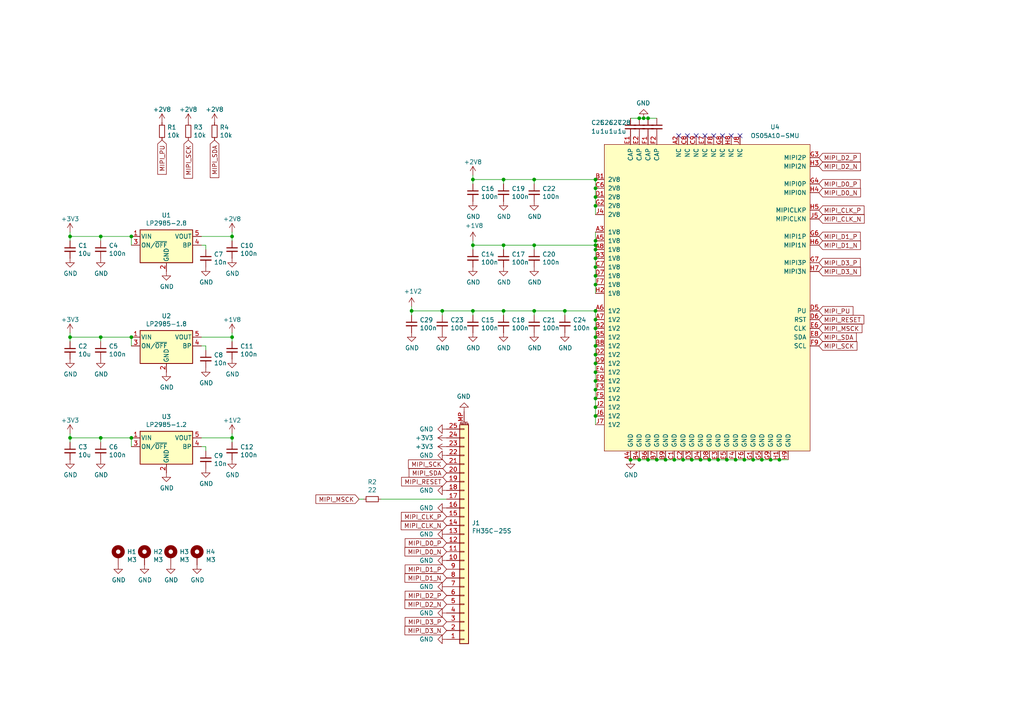
<source format=kicad_sch>
(kicad_sch (version 20211123) (generator eeschema)
  (paper "A4")
  (title_block (title "OS05A10/OS05A20 Sensor board") (date "2023-02-02") (rev "v1.1.1") (company "Jana Marie Hemsing"))
  (lib_symbols
    (symbol "Connector_Generic_MountingPin:Conn_01x25_MountingPin" (pin_names (offset 1.016) hide)
      (property "Reference" "J" (at 0 33.02 0))
      (property "Value" "Conn_01x25_MountingPin" (at 1.27 -33.02 0))
      (symbol "Conn_01x25_MountingPin_1_1"
        (rectangle (start -1.27 -30.353) (end 0 -30.607) (stroke (width 0.1524)))
        (rectangle (start -1.27 -27.813) (end 0 -28.067) (stroke (width 0.1524)))
        (rectangle (start -1.27 -25.273) (end 0 -25.527) (stroke (width 0.1524)))
        (rectangle (start -1.27 -22.733) (end 0 -22.987) (stroke (width 0.1524)))
        (rectangle (start -1.27 -20.193) (end 0 -20.447) (stroke (width 0.1524)))
        (rectangle (start -1.27 -17.653) (end 0 -17.907) (stroke (width 0.1524)))
        (rectangle (start -1.27 -15.113) (end 0 -15.367) (stroke (width 0.1524)))
        (rectangle (start -1.27 -12.573) (end 0 -12.827) (stroke (width 0.1524)))
        (rectangle (start -1.27 -10.033) (end 0 -10.287) (stroke (width 0.1524)))
        (rectangle (start -1.27 -7.493) (end 0 -7.747) (stroke (width 0.1524)))
        (rectangle (start -1.27 -4.953) (end 0 -5.207) (stroke (width 0.1524)))
        (rectangle (start -1.27 -2.413) (end 0 -2.667) (stroke (width 0.1524)))
        (rectangle (start -1.27 0.127) (end 0 -0.127) (stroke (width 0.1524)))
        (rectangle (start -1.27 2.667) (end 0 2.413) (stroke (width 0.1524)))
        (rectangle (start -1.27 5.207) (end 0 4.953) (stroke (width 0.1524)))
        (rectangle (start -1.27 7.747) (end 0 7.493) (stroke (width 0.1524)))
        (rectangle (start -1.27 10.287) (end 0 10.033) (stroke (width 0.1524)))
        (rectangle (start -1.27 12.827) (end 0 12.573) (stroke (width 0.1524)))
        (rectangle (start -1.27 15.367) (end 0 15.113) (stroke (width 0.1524)))
        (rectangle (start -1.27 17.907) (end 0 17.653) (stroke (width 0.1524)))
        (rectangle (start -1.27 20.447) (end 0 20.193) (stroke (width 0.1524)))
        (rectangle (start -1.27 22.987) (end 0 22.733) (stroke (width 0.1524)))
        (rectangle (start -1.27 25.527) (end 0 25.273) (stroke (width 0.1524)))
        (rectangle (start -1.27 28.067) (end 0 27.813) (stroke (width 0.1524)))
        (rectangle (start -1.27 30.607) (end 0 30.353) (stroke (width 0.1524)))
        (rectangle (start -1.27 31.75) (end 1.27 -31.75) (stroke (width 0.254)) (fill (type background)))
        (polyline (pts (xy -1.016 -32.512) (xy 1.016 -32.512)) (stroke (width 0.1524)))
        (text "Mounting" (at 0 -32.131 0) (effects (font (size 0.381 0.381))))
        (pin passive line (at -5.08 30.48 0) (length 3.81) (name "Pin_1") (number "1"))
        (pin passive line (at -5.08 7.62 0) (length 3.81) (name "Pin_10") (number "10"))
        (pin passive line (at -5.08 5.08 0) (length 3.81) (name "Pin_11") (number "11"))
        (pin passive line (at -5.08 2.54 0) (length 3.81) (name "Pin_12") (number "12"))
        (pin passive line (at -5.08 0 0) (length 3.81) (name "Pin_13") (number "13"))
        (pin passive line (at -5.08 -2.54 0) (length 3.81) (name "Pin_14") (number "14"))
        (pin passive line (at -5.08 -5.08 0) (length 3.81) (name "Pin_15") (number "15"))
        (pin passive line (at -5.08 -7.62 0) (length 3.81) (name "Pin_16") (number "16"))
        (pin passive line (at -5.08 -10.16 0) (length 3.81) (name "Pin_17") (number "17"))
        (pin passive line (at -5.08 -12.7 0) (length 3.81) (name "Pin_18") (number "18"))
        (pin passive line (at -5.08 -15.24 0) (length 3.81) (name "Pin_19") (number "19"))
        (pin passive line (at -5.08 27.94 0) (length 3.81) (name "Pin_2") (number "2"))
        (pin passive line (at -5.08 -17.78 0) (length 3.81) (name "Pin_20") (number "20"))
        (pin passive line (at -5.08 -20.32 0) (length 3.81) (name "Pin_21") (number "21"))
        (pin passive line (at -5.08 -22.86 0) (length 3.81) (name "Pin_22") (number "22"))
        (pin passive line (at -5.08 -25.4 0) (length 3.81) (name "Pin_23") (number "23"))
        (pin passive line (at -5.08 -27.94 0) (length 3.81) (name "Pin_24") (number "24"))
        (pin passive line (at -5.08 -30.48 0) (length 3.81) (name "Pin_25") (number "25"))
        (pin passive line (at -5.08 25.4 0) (length 3.81) (name "Pin_3") (number "3"))
        (pin passive line (at -5.08 22.86 0) (length 3.81) (name "Pin_4") (number "4"))
        (pin passive line (at -5.08 20.32 0) (length 3.81) (name "Pin_5") (number "5"))
        (pin passive line (at -5.08 17.78 0) (length 3.81) (name "Pin_6") (number "6"))
        (pin passive line (at -5.08 15.24 0) (length 3.81) (name "Pin_7") (number "7"))
        (pin passive line (at -5.08 12.7 0) (length 3.81) (name "Pin_8") (number "8"))
        (pin passive line (at -5.08 10.16 0) (length 3.81) (name "Pin_9") (number "9"))
        (pin passive line (at 0 -35.56 90) (length 3.048) (name "MountPin") (number "MP"))
      )
    )
    (symbol "Device:C_Small" (pin_numbers hide) (pin_names (offset 0.254) hide)
      (property "Reference" "C" (at 0.254 1.778 0))
      (property "Value" "C_Small" (at 0.254 -2.032 0))
      (symbol "C_Small_0_1"
        (polyline (pts (xy -1.524 -0.508) (xy 1.524 -0.508)) (stroke (width 0.3302)))
        (polyline (pts (xy -1.524 0.508) (xy 1.524 0.508)) (stroke (width 0.3048)))
      )
      (symbol "C_Small_1_1"
        (pin passive line (at 0 2.54 270) (length 2.032) (name "~") (number "1"))
        (pin passive line (at 0 -2.54 90) (length 2.032) (name "~") (number "2"))
      )
    )
    (symbol "Device:R_Small" (pin_numbers hide) (pin_names (offset 0.254) hide)
      (property "Reference" "R" (at 0.762 0.508 0))
      (property "Value" "R_Small" (at 0.762 -1.016 0))
      (symbol "R_Small_0_1"
        (rectangle (start -0.762 1.778) (end 0.762 -1.778) (stroke (width 0.2032)))
      )
      (symbol "R_Small_1_1"
        (pin passive line (at 0 2.54 270) (length 0.762) (name "~") (number "1"))
        (pin passive line (at 0 -2.54 90) (length 0.762) (name "~") (number "2"))
      )
    )
    (symbol "Mechanical:MountingHole_Pad" (pin_numbers hide) (pin_names (offset 1.016) hide)
      (property "Reference" "H" (at 0 6.35 0))
      (property "Value" "MountingHole_Pad" (at 0 4.445 0))
      (symbol "MountingHole_Pad_0_1"
        (circle (center 0 1.27) (radius 1.27) (stroke (width 1.27)))
      )
      (symbol "MountingHole_Pad_1_1"
        (pin input line (at 0 -2.54 90) (length 2.54) (name "1") (number "1"))
      )
    )
    (symbol "Regulator_Linear:LP2985-1.8" (pin_names (offset 0.254))
      (property "Reference" "U" (at -6.35 5.715 0))
      (property "Value" "LP2985-1.8" (at 0 5.715 0))
      (symbol "LP2985-1.8_0_1"
        (rectangle (start -7.62 -5.08) (end 7.62 4.445) (stroke (width 0.254)) (fill (type background)))
      )
      (symbol "LP2985-1.8_1_1"
        (pin power_in line (at -10.16 2.54 0) (length 2.54) (name "VIN") (number "1"))
        (pin power_in line (at 0 -7.62 90) (length 2.54) (name "GND") (number "2"))
        (pin input line (at -10.16 0 0) (length 2.54) (name "ON/~{OFF}") (number "3"))
        (pin input line (at 10.16 0 180) (length 2.54) (name "BP") (number "4"))
        (pin power_out line (at 10.16 2.54 180) (length 2.54) (name "VOUT") (number "5"))
      )
    )
    (symbol "Regulator_Linear:LP2985-2.8" (pin_names (offset 0.254))
      (property "Reference" "U" (at -6.35 5.715 0))
      (property "Value" "LP2985-2.8" (at 0 5.715 0))
      (symbol "LP2985-2.8_0_1"
        (rectangle (start -7.62 -5.08) (end 7.62 4.445) (stroke (width 0.254)) (fill (type background)))
      )
      (symbol "LP2985-2.8_1_1"
        (pin power_in line (at -10.16 2.54 0) (length 2.54) (name "VIN") (number "1"))
        (pin power_in line (at 0 -7.62 90) (length 2.54) (name "GND") (number "2"))
        (pin input line (at -10.16 0 0) (length 2.54) (name "ON/~{OFF}") (number "3"))
        (pin input line (at 10.16 0 180) (length 2.54) (name "BP") (number "4"))
        (pin power_out line (at 10.16 2.54 180) (length 2.54) (name "VOUT") (number "5"))
      )
    )
    (symbol "otter:GND" (power) (pin_names (offset 0))
      (property "Value" "GND" (at 0 -3.81 0))
      (symbol "GND_0_1"
        (polyline (pts (xy 0 0) (xy 0 -1.27) (xy 1.27 -1.27) (xy 0 -2.54) (xy -1.27 -1.27) (xy 0 -1.27)))
      )
      (symbol "GND_1_1"
        (pin power_in line (at 0 0 270) (length 0) hide (name "GND") (number "1"))
      )
    )
    (symbol "otter:OS05A10-SMU" (pin_names (offset 1.016))
      (property "Reference" "U" (at 0 21.59 0))
      (property "Value" "OS05A10-SMU" (at 0 21.59 0))
      (symbol "OS05A10-SMU_0_1"
        (rectangle (start -31.75 66.04) (end 27.94 -22.86) (fill (type background)))
      )
      (symbol "OS05A10-SMU_1_1"
        (pin input line (at -10.16 68.58 270) (length 2.54) (name "NC") (number "A2"))
        (pin input line (at -34.29 40.64 0) (length 2.54) (name "1V8") (number "A3"))
        (pin input line (at -24.13 -25.4 90) (length 2.54) (name "GND") (number "A4"))
        (pin input line (at -34.29 38.1 0) (length 2.54) (name "1V8") (number "A5"))
        (pin input line (at -34.29 17.78 0) (length 2.54) (name "1V2") (number "A6"))
        (pin input line (at -34.29 15.24 0) (length 2.54) (name "1V2") (number "A7"))
        (pin input line (at -34.29 35.56 0) (length 2.54) (name "1V8") (number "A8"))
        (pin input line (at -34.29 55.88 0) (length 2.54) (name "2V8") (number "B1"))
        (pin input line (at -34.29 12.7 0) (length 2.54) (name "1V2") (number "B2"))
        (pin input line (at -34.29 33.02 0) (length 2.54) (name "1V8") (number "B3"))
        (pin input line (at -21.59 -25.4 90) (length 2.54) (name "GND") (number "B4"))
        (pin input line (at -34.29 10.16 0) (length 2.54) (name "1V2") (number "B5"))
        (pin input line (at -19.05 -25.4 90) (length 2.54) (name "GND") (number "B6"))
        (pin input line (at -16.51 -25.4 90) (length 2.54) (name "GND") (number "B7"))
        (pin input line (at -34.29 7.62 0) (length 2.54) (name "1V2") (number "B8"))
        (pin input line (at -13.97 -25.4 90) (length 2.54) (name "GND") (number "B9"))
        (pin input line (at -11.43 -25.4 90) (length 2.54) (name "GND") (number "C1"))
        (pin input line (at -8.89 -25.4 90) (length 2.54) (name "GND") (number "C2"))
        (pin input line (at -34.29 53.34 0) (length 2.54) (name "2V8") (number "C6"))
        (pin input line (at -34.29 30.48 0) (length 2.54) (name "1V8") (number "C7"))
        (pin input line (at -7.62 68.58 270) (length 2.54) (name "NC") (number "C8"))
        (pin input line (at -5.08 68.58 270) (length 2.54) (name "NC") (number "C9"))
        (pin input line (at -34.29 50.8 0) (length 2.54) (name "2V8") (number "D1"))
        (pin input line (at -34.29 5.08 0) (length 2.54) (name "1V2") (number "D2"))
        (pin input line (at -6.35 -25.4 90) (length 2.54) (name "GND") (number "D3"))
        (pin input line (at -3.81 -25.4 90) (length 2.54) (name "GND") (number "D4"))
        (pin input line (at 30.48 17.78 180) (length 2.54) (name "PU") (number "D5"))
        (pin input line (at 30.48 15.24 180) (length 2.54) (name "RST") (number "D6"))
        (pin input line (at -34.29 27.94 0) (length 2.54) (name "1V8") (number "D7"))
        (pin input line (at -1.27 -25.4 90) (length 2.54) (name "GND") (number "D8"))
        (pin input line (at -34.29 2.54 0) (length 2.54) (name "1V2") (number "D9"))
        (pin input line (at -24.13 68.58 270) (length 2.54) (name "CAP") (number "E1"))
        (pin input line (at -21.59 68.58 270) (length 2.54) (name "CAP") (number "E2"))
        (pin input line (at 1.27 -25.4 90) (length 2.54) (name "GND") (number "E3"))
        (pin input line (at -34.29 0 0) (length 2.54) (name "1V2") (number "E4"))
        (pin input line (at 3.81 -25.4 90) (length 2.54) (name "GND") (number "E5"))
        (pin input line (at 30.48 12.7 180) (length 2.54) (name "CLK") (number "E6"))
        (pin input line (at -2.54 68.58 270) (length 2.54) (name "NC") (number "E7"))
        (pin input line (at 30.48 10.16 180) (length 2.54) (name "SDA") (number "E8"))
        (pin input line (at -34.29 -2.54 0) (length 2.54) (name "1V2") (number "E9"))
        (pin input line (at -19.05 68.58 270) (length 2.54) (name "CAP") (number "F1"))
        (pin input line (at -16.51 68.58 270) (length 2.54) (name "CAP") (number "F2"))
        (pin input line (at -34.29 -5.08 0) (length 2.54) (name "1V2") (number "F3"))
        (pin input line (at 6.35 -25.4 90) (length 2.54) (name "GND") (number "F4"))
        (pin input line (at -34.29 -7.62 0) (length 2.54) (name "1V2") (number "F5"))
        (pin input line (at 8.89 -25.4 90) (length 2.54) (name "GND") (number "F6"))
        (pin input line (at -34.29 25.4 0) (length 2.54) (name "1V8") (number "F7"))
        (pin input line (at 0 68.58 270) (length 2.54) (name "NC") (number "F8"))
        (pin input line (at 30.48 7.62 180) (length 2.54) (name "SCL") (number "F9"))
        (pin input line (at 11.43 -25.4 90) (length 2.54) (name "GND") (number "G1"))
        (pin input line (at -34.29 48.26 0) (length 2.54) (name "2V8") (number "G2"))
        (pin input line (at 30.48 62.23 180) (length 2.54) (name "MIPI2P") (number "G3"))
        (pin input line (at 30.48 54.61 180) (length 2.54) (name "MIPI0P") (number "G4"))
        (pin input line (at 13.97 -25.4 90) (length 2.54) (name "GND") (number "G5"))
        (pin input line (at 30.48 39.37 180) (length 2.54) (name "MIPI1P") (number "G6"))
        (pin input line (at 30.48 31.75 180) (length 2.54) (name "MIPI3P") (number "G7"))
        (pin input line (at 2.54 68.58 270) (length 2.54) (name "NC") (number "G8"))
        (pin input line (at 16.51 -25.4 90) (length 2.54) (name "GND") (number "G9"))
        (pin input line (at 19.05 -25.4 90) (length 2.54) (name "GND") (number "H1"))
        (pin input line (at -34.29 22.86 0) (length 2.54) (name "1V8") (number "H2"))
        (pin input line (at 30.48 59.69 180) (length 2.54) (name "MIPI2N") (number "H3"))
        (pin input line (at 30.48 52.07 180) (length 2.54) (name "MIPI0N") (number "H4"))
        (pin input line (at 30.48 46.99 180) (length 2.54) (name "MIPICLKP") (number "H5"))
        (pin input line (at 30.48 36.83 180) (length 2.54) (name "MIPI1N") (number "H6"))
        (pin input line (at 30.48 29.21 180) (length 2.54) (name "MIPI3N") (number "H7"))
        (pin input line (at 5.08 68.58 270) (length 2.54) (name "NC") (number "H8"))
        (pin input line (at 21.59 -25.4 90) (length 2.54) (name "GND") (number "H9"))
        (pin input line (at -34.29 -10.16 0) (length 2.54) (name "1V2") (number "J2"))
        (pin input line (at -34.29 45.72 0) (length 2.54) (name "2V8") (number "J4"))
        (pin input line (at 30.48 44.45 180) (length 2.54) (name "MIPICLKN") (number "J5"))
        (pin input line (at -34.29 -12.7 0) (length 2.54) (name "1V2") (number "J6"))
        (pin input line (at -34.29 -15.24 0) (length 2.54) (name "1V2") (number "J7"))
        (pin input line (at 7.62 68.58 270) (length 2.54) (name "NC") (number "J8"))
      )
    )
    (symbol "power:+1V2" (power) (pin_names (offset 0))
      (property "Value" "+1V2" (at 0 3.556 0))
      (symbol "+1V2_0_1"
        (polyline (pts (xy -0.762 1.27) (xy 0 2.54)))
        (polyline (pts (xy 0 0) (xy 0 2.54)))
        (polyline (pts (xy 0 2.54) (xy 0.762 1.27)))
      )
      (symbol "+1V2_1_1"
        (pin power_in line (at 0 0 90) (length 0) hide (name "+1V2") (number "1"))
      )
    )
    (symbol "power:+1V8" (power) (pin_names (offset 0))
      (property "Value" "+1V8" (at 0 3.556 0))
      (symbol "+1V8_0_1"
        (polyline (pts (xy -0.762 1.27) (xy 0 2.54)))
        (polyline (pts (xy 0 0) (xy 0 2.54)))
        (polyline (pts (xy 0 2.54) (xy 0.762 1.27)))
      )
      (symbol "+1V8_1_1"
        (pin power_in line (at 0 0 90) (length 0) hide (name "+1V8") (number "1"))
      )
    )
    (symbol "power:+2V8" (power) (pin_names (offset 0))
      (property "Value" "+2V8" (at 0 3.556 0))
      (symbol "+2V8_0_1"
        (polyline (pts (xy -0.762 1.27) (xy 0 2.54)))
        (polyline (pts (xy 0 0) (xy 0 2.54)))
        (polyline (pts (xy 0 2.54) (xy 0.762 1.27)))
      )
      (symbol "+2V8_1_1"
        (pin power_in line (at 0 0 90) (length 0) hide (name "+2V8") (number "1"))
      )
    )
    (symbol "power:+3V3" (power) (pin_names (offset 0))
      (property "Value" "+3V3" (at 0 3.556 0))
      (symbol "+3V3_0_1"
        (polyline (pts (xy -0.762 1.27) (xy 0 2.54)))
        (polyline (pts (xy 0 0) (xy 0 2.54)))
        (polyline (pts (xy 0 2.54) (xy 0.762 1.27)))
      )
      (symbol "+3V3_1_1"
        (pin power_in line (at 0 0 90) (length 0) hide (name "+3V3") (number "1"))
      )
    )
  )
  (junction (at 172.72 95.25))
  (junction (at 67.31 97.79))
  (junction (at 172.72 100.33))
  (junction (at 195.58 133.35))
  (junction (at 185.42 34.29))
  (junction (at 172.72 120.65))
  (junction (at 218.44 133.35))
  (junction (at 29.21 97.79))
  (junction (at 172.72 69.85))
  (junction (at 223.52 133.35))
  (junction (at 146.05 52.07))
  (junction (at 172.72 102.87))
  (junction (at 67.31 127))
  (junction (at 185.42 133.35))
  (junction (at 172.72 105.41))
  (junction (at 186.69 34.29))
  (junction (at 200.66 133.35))
  (junction (at 172.72 77.47))
  (junction (at 146.05 90.17))
  (junction (at 119.38 90.17))
  (junction (at 172.72 110.49))
  (junction (at 38.1 97.79))
  (junction (at 190.5 133.35))
  (junction (at 198.12 133.35))
  (junction (at 20.32 68.58))
  (junction (at 146.05 71.12))
  (junction (at 20.32 97.79))
  (junction (at 172.72 80.01))
  (junction (at 226.06 133.35))
  (junction (at 182.88 133.35))
  (junction (at 163.83 90.17))
  (junction (at 20.32 127))
  (junction (at 187.96 133.35))
  (junction (at 29.21 127))
  (junction (at 208.28 133.35))
  (junction (at 210.82 133.35))
  (junction (at 137.16 71.12))
  (junction (at 172.72 74.93))
  (junction (at 172.72 71.12))
  (junction (at 172.72 115.57))
  (junction (at 154.94 90.17))
  (junction (at 137.16 52.07))
  (junction (at 172.72 92.71))
  (junction (at 29.21 68.58))
  (junction (at 172.72 107.95))
  (junction (at 172.72 72.39))
  (junction (at 172.72 113.03))
  (junction (at 172.72 52.07))
  (junction (at 193.04 133.35))
  (junction (at 215.9 133.35))
  (junction (at 172.72 97.79))
  (junction (at 67.31 68.58))
  (junction (at 172.72 57.15))
  (junction (at 203.2 133.35))
  (junction (at 172.72 90.17))
  (junction (at 172.72 54.61))
  (junction (at 172.72 82.55))
  (junction (at 154.94 71.12))
  (junction (at 137.16 90.17))
  (junction (at 172.72 118.11))
  (junction (at 220.98 133.35))
  (junction (at 154.94 52.07))
  (junction (at 213.36 133.35))
  (junction (at 205.74 133.35))
  (junction (at 172.72 59.69))
  (junction (at 187.96 34.29))
  (junction (at 38.1 127))
  (junction (at 128.27 90.17))
  (junction (at 38.1 68.58))
  (no_connect (at 196.85 39.37))
  (no_connect (at 199.39 39.37))
  (no_connect (at 212.09 39.37))
  (no_connect (at 207.01 39.37))
  (no_connect (at 201.93 39.37))
  (no_connect (at 214.63 39.37))
  (no_connect (at 209.55 39.37))
  (no_connect (at 204.47 39.37))
  (wire (pts (xy 137.16 90.17) (xy 137.16 91.44)))
  (wire (pts (xy 163.83 91.44) (xy 163.83 90.17)))
  (wire (pts (xy 59.69 71.12) (xy 58.42 71.12)))
  (wire (pts (xy 172.72 105.41) (xy 172.72 107.95)))
  (wire (pts (xy 172.72 113.03) (xy 172.72 115.57)))
  (wire (pts (xy 20.32 127) (xy 29.21 127)))
  (wire (pts (xy 67.31 127) (xy 67.31 128.27)))
  (wire (pts (xy 172.72 59.69) (xy 172.72 62.23)))
  (wire (pts (xy 172.72 100.33) (xy 172.72 102.87)))
  (wire (pts (xy 205.74 133.35) (xy 203.2 133.35)))
  (wire (pts (xy 137.16 69.85) (xy 137.16 71.12)))
  (wire (pts (xy 172.72 67.31) (xy 172.72 69.85)))
  (wire (pts (xy 20.32 128.27) (xy 20.32 127)))
  (wire (pts (xy 154.94 52.07) (xy 172.72 52.07)))
  (wire (pts (xy 20.32 69.85) (xy 20.32 68.58)))
  (wire (pts (xy 172.72 95.25) (xy 172.72 97.79)))
  (wire (pts (xy 172.72 77.47) (xy 172.72 80.01)))
  (wire (pts (xy 154.94 90.17) (xy 163.83 90.17)))
  (wire (pts (xy 186.69 34.29) (xy 185.42 34.29)))
  (wire (pts (xy 154.94 91.44) (xy 154.94 90.17)))
  (wire (pts (xy 29.21 97.79) (xy 38.1 97.79)))
  (wire (pts (xy 20.32 68.58) (xy 29.21 68.58)))
  (wire (pts (xy 172.72 115.57) (xy 172.72 118.11)))
  (wire (pts (xy 200.66 133.35) (xy 198.12 133.35)))
  (wire (pts (xy 172.72 82.55) (xy 172.72 85.09)))
  (wire (pts (xy 67.31 125.73) (xy 67.31 127)))
  (wire (pts (xy 226.06 133.35) (xy 223.52 133.35)))
  (wire (pts (xy 59.69 72.39) (xy 59.69 71.12)))
  (wire (pts (xy 228.6 133.35) (xy 226.06 133.35)))
  (wire (pts (xy 105.41 144.78) (xy 104.14 144.78)))
  (wire (pts (xy 137.16 52.07) (xy 146.05 52.07)))
  (wire (pts (xy 67.31 68.58) (xy 67.31 69.85)))
  (wire (pts (xy 59.69 129.54) (xy 58.42 129.54)))
  (wire (pts (xy 172.72 74.93) (xy 172.72 77.47)))
  (wire (pts (xy 29.21 68.58) (xy 38.1 68.58)))
  (wire (pts (xy 172.72 54.61) (xy 172.72 57.15)))
  (wire (pts (xy 20.32 99.06) (xy 20.32 97.79)))
  (wire (pts (xy 119.38 88.9) (xy 119.38 90.17)))
  (wire (pts (xy 146.05 72.39) (xy 146.05 71.12)))
  (wire (pts (xy 137.16 72.39) (xy 137.16 71.12)))
  (wire (pts (xy 154.94 71.12) (xy 172.72 71.12)))
  (wire (pts (xy 128.27 90.17) (xy 137.16 90.17)))
  (wire (pts (xy 172.72 120.65) (xy 172.72 123.19)))
  (wire (pts (xy 146.05 91.44) (xy 146.05 90.17)))
  (wire (pts (xy 172.72 90.17) (xy 172.72 92.71)))
  (wire (pts (xy 172.72 107.95) (xy 172.72 110.49)))
  (wire (pts (xy 172.72 52.07) (xy 172.72 54.61)))
  (wire (pts (xy 38.1 71.12) (xy 38.1 68.58)))
  (wire (pts (xy 172.72 57.15) (xy 172.72 59.69)))
  (wire (pts (xy 29.21 99.06) (xy 29.21 97.79)))
  (wire (pts (xy 190.5 34.29) (xy 187.96 34.29)))
  (wire (pts (xy 187.96 34.29) (xy 186.69 34.29)))
  (wire (pts (xy 146.05 90.17) (xy 154.94 90.17)))
  (wire (pts (xy 215.9 133.35) (xy 213.36 133.35)))
  (wire (pts (xy 172.72 72.39) (xy 172.72 74.93)))
  (wire (pts (xy 218.44 133.35) (xy 215.9 133.35)))
  (wire (pts (xy 190.5 133.35) (xy 187.96 133.35)))
  (wire (pts (xy 193.04 133.35) (xy 190.5 133.35)))
  (wire (pts (xy 172.72 102.87) (xy 172.72 105.41)))
  (wire (pts (xy 223.52 133.35) (xy 220.98 133.35)))
  (wire (pts (xy 20.32 125.73) (xy 20.32 127)))
  (wire (pts (xy 137.16 50.8) (xy 137.16 52.07)))
  (wire (pts (xy 58.42 68.58) (xy 67.31 68.58)))
  (wire (pts (xy 220.98 133.35) (xy 218.44 133.35)))
  (wire (pts (xy 59.69 130.81) (xy 59.69 129.54)))
  (wire (pts (xy 38.1 129.54) (xy 38.1 127)))
  (wire (pts (xy 187.96 133.35) (xy 185.42 133.35)))
  (wire (pts (xy 67.31 67.31) (xy 67.31 68.58)))
  (wire (pts (xy 203.2 133.35) (xy 200.66 133.35)))
  (wire (pts (xy 146.05 53.34) (xy 146.05 52.07)))
  (wire (pts (xy 137.16 53.34) (xy 137.16 52.07)))
  (wire (pts (xy 119.38 90.17) (xy 119.38 91.44)))
  (wire (pts (xy 213.36 133.35) (xy 210.82 133.35)))
  (wire (pts (xy 154.94 72.39) (xy 154.94 71.12)))
  (wire (pts (xy 58.42 127) (xy 67.31 127)))
  (wire (pts (xy 137.16 71.12) (xy 146.05 71.12)))
  (wire (pts (xy 137.16 90.17) (xy 146.05 90.17)))
  (wire (pts (xy 67.31 96.52) (xy 67.31 97.79)))
  (wire (pts (xy 172.72 80.01) (xy 172.72 82.55)))
  (wire (pts (xy 110.49 144.78) (xy 129.54 144.78)))
  (wire (pts (xy 154.94 53.34) (xy 154.94 52.07)))
  (wire (pts (xy 20.32 96.52) (xy 20.32 97.79)))
  (wire (pts (xy 67.31 97.79) (xy 67.31 99.06)))
  (wire (pts (xy 198.12 133.35) (xy 195.58 133.35)))
  (wire (pts (xy 172.72 69.85) (xy 172.72 71.12)))
  (wire (pts (xy 195.58 133.35) (xy 193.04 133.35)))
  (wire (pts (xy 172.72 110.49) (xy 172.72 113.03)))
  (wire (pts (xy 146.05 52.07) (xy 154.94 52.07)))
  (wire (pts (xy 20.32 67.31) (xy 20.32 68.58)))
  (wire (pts (xy 185.42 34.29) (xy 182.88 34.29)))
  (wire (pts (xy 128.27 90.17) (xy 128.27 91.44)))
  (wire (pts (xy 210.82 133.35) (xy 208.28 133.35)))
  (wire (pts (xy 172.72 71.12) (xy 172.72 72.39)))
  (wire (pts (xy 172.72 92.71) (xy 172.72 95.25)))
  (wire (pts (xy 208.28 133.35) (xy 205.74 133.35)))
  (wire (pts (xy 172.72 118.11) (xy 172.72 120.65)))
  (wire (pts (xy 29.21 69.85) (xy 29.21 68.58)))
  (wire (pts (xy 59.69 101.6) (xy 59.69 100.33)))
  (wire (pts (xy 163.83 90.17) (xy 172.72 90.17)))
  (wire (pts (xy 29.21 127) (xy 38.1 127)))
  (wire (pts (xy 29.21 128.27) (xy 29.21 127)))
  (wire (pts (xy 172.72 97.79) (xy 172.72 100.33)))
  (wire (pts (xy 38.1 100.33) (xy 38.1 97.79)))
  (wire (pts (xy 20.32 97.79) (xy 29.21 97.79)))
  (wire (pts (xy 185.42 133.35) (xy 182.88 133.35)))
  (wire (pts (xy 119.38 90.17) (xy 128.27 90.17)))
  (wire (pts (xy 58.42 97.79) (xy 67.31 97.79)))
  (wire (pts (xy 146.05 71.12) (xy 154.94 71.12)))
  (wire (pts (xy 59.69 100.33) (xy 58.42 100.33)))
  (global_label "MIPI_MSCK" (shape input) (at 104.14 144.78 180) (property "Intersheet References" "${INTERSHEET_REFS}" (effects hide)))
  (global_label "MIPI_D0_P" (shape input) (at 129.54 157.48 180) (property "Intersheet References" "${INTERSHEET_REFS}" (effects hide)))
  (global_label "MIPI_MSCK" (shape input) (at 237.49 95.25 0) (property "Intersheet References" "${INTERSHEET_REFS}" (effects hide)))
  (global_label "MIPI_D1_N" (shape input) (at 237.49 71.12 0) (property "Intersheet References" "${INTERSHEET_REFS}" (effects hide)))
  (global_label "MIPI_CLK_P" (shape input) (at 237.49 60.96 0) (property "Intersheet References" "${INTERSHEET_REFS}" (effects hide)))
  (global_label "MIPI_D2_N" (shape input) (at 237.49 48.26 0) (property "Intersheet References" "${INTERSHEET_REFS}" (effects hide)))
  (global_label "MIPI_CLK_N" (shape input) (at 237.49 63.5 0) (property "Intersheet References" "${INTERSHEET_REFS}" (effects hide)))
  (global_label "MIPI_SDA" (shape input) (at 62.23 40.64 270) (property "Intersheet References" "${INTERSHEET_REFS}" (effects hide)))
  (global_label "MIPI_RESET" (shape input) (at 237.49 92.71 0) (property "Intersheet References" "${INTERSHEET_REFS}" (effects hide)))
  (global_label "MIPI_D2_P" (shape input) (at 237.49 45.72 0) (property "Intersheet References" "${INTERSHEET_REFS}" (effects hide)))
  (global_label "MIPI_D0_N" (shape input) (at 129.54 160.02 180) (property "Intersheet References" "${INTERSHEET_REFS}" (effects hide)))
  (global_label "MIPI_SDA" (shape input) (at 129.54 137.16 180) (property "Intersheet References" "${INTERSHEET_REFS}" (effects hide)))
  (global_label "MIPI_SCK" (shape input) (at 54.61 40.64 270) (property "Intersheet References" "${INTERSHEET_REFS}" (effects hide)))
  (global_label "MIPI_D3_N" (shape input) (at 129.54 182.88 180) (property "Intersheet References" "${INTERSHEET_REFS}" (effects hide)))
  (global_label "MIPI_D0_N" (shape input) (at 237.49 55.88 0) (property "Intersheet References" "${INTERSHEET_REFS}" (effects hide)))
  (global_label "MIPI_D1_N" (shape input) (at 129.54 167.64 180) (property "Intersheet References" "${INTERSHEET_REFS}" (effects hide)))
  (global_label "MIPI_CLK_P" (shape input) (at 129.54 149.86 180) (property "Intersheet References" "${INTERSHEET_REFS}" (effects hide)))
  (global_label "MIPI_D2_P" (shape input) (at 129.54 172.72 180) (property "Intersheet References" "${INTERSHEET_REFS}" (effects hide)))
  (global_label "MIPI_PU" (shape input) (at 46.99 40.64 270) (property "Intersheet References" "${INTERSHEET_REFS}" (effects hide)))
  (global_label "MIPI_RESET" (shape input) (at 129.54 139.7 180) (property "Intersheet References" "${INTERSHEET_REFS}" (effects hide)))
  (global_label "MIPI_D3_P" (shape input) (at 237.49 76.2 0) (property "Intersheet References" "${INTERSHEET_REFS}" (effects hide)))
  (global_label "MIPI_SCK" (shape input) (at 237.49 100.33 0) (property "Intersheet References" "${INTERSHEET_REFS}" (effects hide)))
  (global_label "MIPI_SDA" (shape input) (at 237.49 97.79 0) (property "Intersheet References" "${INTERSHEET_REFS}" (effects hide)))
  (global_label "MIPI_D1_P" (shape input) (at 129.54 165.1 180) (property "Intersheet References" "${INTERSHEET_REFS}" (effects hide)))
  (global_label "MIPI_D3_N" (shape input) (at 237.49 78.74 0) (property "Intersheet References" "${INTERSHEET_REFS}" (effects hide)))
  (global_label "MIPI_PU" (shape input) (at 237.49 90.17 0) (property "Intersheet References" "${INTERSHEET_REFS}" (effects hide)))
  (global_label "MIPI_D2_N" (shape input) (at 129.54 175.26 180) (property "Intersheet References" "${INTERSHEET_REFS}" (effects hide)))
  (global_label "MIPI_D0_P" (shape input) (at 237.49 53.34 0) (property "Intersheet References" "${INTERSHEET_REFS}" (effects hide)))
  (global_label "MIPI_SCK" (shape input) (at 129.54 134.62 180) (property "Intersheet References" "${INTERSHEET_REFS}" (effects hide)))
  (global_label "MIPI_D3_P" (shape input) (at 129.54 180.34 180) (property "Intersheet References" "${INTERSHEET_REFS}" (effects hide)))
  (global_label "MIPI_CLK_N" (shape input) (at 129.54 152.4 180) (property "Intersheet References" "${INTERSHEET_REFS}" (effects hide)))
  (global_label "MIPI_D1_P" (shape input) (at 237.49 68.58 0) (property "Intersheet References" "${INTERSHEET_REFS}" (effects hide)))
  (symbol (lib_id "Mechanical:MountingHole_Pad") (at 34.29 161.29 0) (unit 1)
    (property "Reference" "H1" (at 36.83 160.0454 0) (effects (justify left)))
    (property "Value" "M3" (at 36.83 162.3568 0) (effects (justify left)))
    (property "Footprint" "MountingHole:MountingHole_3mm_Pad_Via" (effects hide))
  )
  (symbol (lib_id "otter:GND") (at 34.29 163.83 0) (unit 1)
    (property "Reference" "#PWR0101" (effects hide))
    (property "Value" "GND" (at 34.417 168.2242 0))
  )
  (symbol (lib_id "Mechanical:MountingHole_Pad") (at 41.91 161.29 0) (unit 1)
    (property "Reference" "H2" (at 44.45 160.0454 0) (effects (justify left)))
    (property "Value" "M3" (at 44.45 162.3568 0) (effects (justify left)))
    (property "Footprint" "MountingHole:MountingHole_3mm_Pad_Via" (effects hide))
  )
  (symbol (lib_id "otter:GND") (at 41.91 163.83 0) (unit 1)
    (property "Reference" "#PWR0102" (effects hide))
    (property "Value" "GND" (at 42.037 168.2242 0))
  )
  (symbol (lib_id "Mechanical:MountingHole_Pad") (at 49.53 161.29 0) (unit 1)
    (property "Reference" "H3" (at 52.07 160.0454 0) (effects (justify left)))
    (property "Value" "M3" (at 52.07 162.3568 0) (effects (justify left)))
    (property "Footprint" "MountingHole:MountingHole_3mm_Pad_Via" (effects hide))
  )
  (symbol (lib_id "otter:GND") (at 49.53 163.83 0) (unit 1)
    (property "Reference" "#PWR0103" (effects hide))
    (property "Value" "GND" (at 49.657 168.2242 0))
  )
  (symbol (lib_id "Mechanical:MountingHole_Pad") (at 57.15 161.29 0) (unit 1)
    (property "Reference" "H4" (at 59.69 160.0454 0) (effects (justify left)))
    (property "Value" "M3" (at 59.69 162.3568 0) (effects (justify left)))
    (property "Footprint" "MountingHole:MountingHole_3mm_Pad_Via" (effects hide))
  )
  (symbol (lib_id "otter:GND") (at 57.15 163.83 0) (unit 1)
    (property "Reference" "#PWR0104" (effects hide))
    (property "Value" "GND" (at 57.277 168.2242 0))
  )
  (symbol (lib_id "otter:OS05A10-SMU") (at 207.01 107.95 0) (unit 1)
    (property "Reference" "U4" (at 224.79 36.83 0))
    (property "Value" "OS05A10-SMU" (at 224.79 39.37 0))
    (property "Footprint" "otter:OS05A10" (effects hide))
  )
  (symbol (lib_id "Device:C_Small") (at 182.88 36.83 0) (unit 1)
    (property "Reference" "C25" (at 171.45 35.56 0) (effects (justify left)))
    (property "Value" "1u" (at 171.45 38.1 0) (effects (justify left)))
    (property "Footprint" "otter:C_0402" (effects hide))
  )
  (symbol (lib_id "Device:C_Small") (at 185.42 36.83 0) (unit 1)
    (property "Reference" "C26" (at 173.99 35.56 0) (effects (justify left)))
    (property "Value" "1u" (at 173.99 38.1 0) (effects (justify left)))
    (property "Footprint" "otter:C_0402" (effects hide))
  )
  (symbol (lib_id "Device:C_Small") (at 187.96 36.83 0) (unit 1)
    (property "Reference" "C27" (at 176.53 35.56 0) (effects (justify left)))
    (property "Value" "1u" (at 176.53 38.1 0) (effects (justify left)))
    (property "Footprint" "otter:C_0402" (effects hide))
  )
  (symbol (lib_id "Device:C_Small") (at 190.5 36.83 0) (unit 1)
    (property "Reference" "C28" (at 179.07 35.56 0) (effects (justify left)))
    (property "Value" "1u" (at 179.07 38.1 0) (effects (justify left)))
    (property "Footprint" "otter:C_0402" (effects hide))
  )
  (symbol (lib_id "otter:GND") (at 186.69 34.29 180) (unit 1)
    (property "Reference" "#PWR0105" (effects hide))
    (property "Value" "GND" (at 186.563 29.8958 0))
  )
  (symbol (lib_id "Connector_Generic_MountingPin:Conn_01x25_MountingPin") (at 134.62 154.94 0) (mirror x) (unit 1)
    (property "Reference" "J1" (at 136.8552 151.6888 0) (effects (justify left)))
    (property "Value" "FH35C-25S" (at 136.8552 154.0002 0) (effects (justify left)))
    (property "Footprint" "otter:FH35C-25S" (effects hide))
  )
  (symbol (lib_id "otter:GND") (at 134.62 119.38 180) (unit 1)
    (property "Reference" "#PWR0106" (effects hide))
    (property "Value" "GND" (at 134.493 114.9858 0))
  )
  (symbol (lib_id "otter:GND") (at 129.54 124.46 270) (unit 1)
    (property "Reference" "#PWR0107" (effects hide))
    (property "Value" "GND" (at 125.73 124.46 90) (effects (justify right)))
  )
  (symbol (lib_id "otter:GND") (at 129.54 132.08 270) (unit 1)
    (property "Reference" "#PWR0108" (effects hide))
    (property "Value" "GND" (at 125.73 132.08 90) (effects (justify right)))
  )
  (symbol (lib_id "otter:GND") (at 129.54 142.24 270) (unit 1)
    (property "Reference" "#PWR0109" (effects hide))
    (property "Value" "GND" (at 125.73 142.24 90) (effects (justify right)))
  )
  (symbol (lib_id "otter:GND") (at 129.54 147.32 270) (unit 1)
    (property "Reference" "#PWR0110" (effects hide))
    (property "Value" "GND" (at 125.73 147.32 90) (effects (justify right)))
  )
  (symbol (lib_id "otter:GND") (at 129.54 154.94 270) (unit 1)
    (property "Reference" "#PWR0111" (effects hide))
    (property "Value" "GND" (at 125.73 154.94 90) (effects (justify right)))
  )
  (symbol (lib_id "otter:GND") (at 129.54 162.56 270) (unit 1)
    (property "Reference" "#PWR0112" (effects hide))
    (property "Value" "GND" (at 125.73 162.56 90) (effects (justify right)))
  )
  (symbol (lib_id "otter:GND") (at 129.54 170.18 270) (unit 1)
    (property "Reference" "#PWR0113" (effects hide))
    (property "Value" "GND" (at 125.73 170.18 90) (effects (justify right)))
  )
  (symbol (lib_id "otter:GND") (at 129.54 177.8 270) (unit 1)
    (property "Reference" "#PWR0114" (effects hide))
    (property "Value" "GND" (at 125.73 177.8 90) (effects (justify right)))
  )
  (symbol (lib_id "otter:GND") (at 129.54 185.42 270) (unit 1)
    (property "Reference" "#PWR0115" (effects hide))
    (property "Value" "GND" (at 125.73 185.42 90) (effects (justify right)))
  )
  (symbol (lib_id "power:+3V3") (at 129.54 127 90) (unit 1)
    (property "Reference" "#PWR0116" (effects hide))
    (property "Value" "+3V3" (at 125.73 127 90) (effects (justify left)))
  )
  (symbol (lib_id "power:+3V3") (at 129.54 129.54 90) (unit 1)
    (property "Reference" "#PWR0117" (effects hide))
    (property "Value" "+3V3" (at 125.73 129.54 90) (effects (justify left)))
  )
  (symbol (lib_id "Device:R_Small") (at 107.95 144.78 270) (unit 1)
    (property "Reference" "R2" (at 107.95 139.8016 90))
    (property "Value" "22" (at 107.95 142.113 90))
    (property "Footprint" "otter:R_0402" (effects hide))
  )
  (symbol (lib_id "Device:R_Small") (at 46.99 38.1 0) (unit 1)
    (property "Reference" "R1" (at 48.4886 36.9316 0) (effects (justify left)))
    (property "Value" "10k" (at 48.4886 39.243 0) (effects (justify left)))
    (property "Footprint" "otter:R_0402" (effects hide))
  )
  (symbol (lib_id "power:+1V8") (at 137.16 69.85 0) (unit 1)
    (property "Reference" "#PWR0120" (effects hide))
    (property "Value" "+1V8" (at 137.541 65.4558 0))
  )
  (symbol (lib_id "power:+1V2") (at 119.38 88.9 0) (unit 1)
    (property "Reference" "#PWR0121" (effects hide))
    (property "Value" "+1V2" (at 119.761 84.5058 0))
  )
  (symbol (lib_id "Regulator_Linear:LP2985-2.8") (at 48.26 71.12 0) (unit 1)
    (property "Reference" "U1" (at 48.26 62.4332 0))
    (property "Value" "LP2985-2.8" (at 48.26 64.7446 0))
    (property "Footprint" "Package_TO_SOT_SMD:SOT-23-5" (effects hide))
    (property "Datasheet" "http://www.ti.com/lit/ds/symlink/lp2985.pdf" (effects hide))
  )
  (symbol (lib_id "Regulator_Linear:LP2985-1.8") (at 48.26 100.33 0) (unit 1)
    (property "Reference" "U2" (at 48.26 91.6432 0))
    (property "Value" "LP2985-1.8" (at 48.26 93.9546 0))
    (property "Footprint" "Package_TO_SOT_SMD:SOT-23-5" (effects hide))
    (property "Datasheet" "http://www.ti.com/lit/ds/symlink/lp2985.pdf" (effects hide))
  )
  (symbol (lib_id "Device:C_Small") (at 20.32 72.39 0) (unit 1)
    (property "Reference" "C1" (at 22.6568 71.2216 0) (effects (justify left)))
    (property "Value" "10u" (at 22.6568 73.533 0) (effects (justify left)))
    (property "Footprint" "otter:C_0603" (effects hide))
  )
  (symbol (lib_id "otter:GND") (at 20.32 74.93 0) (unit 1)
    (property "Reference" "#PWR0122" (effects hide))
    (property "Value" "GND" (at 20.447 79.3242 0))
  )
  (symbol (lib_id "power:+3V3") (at 20.32 67.31 0) (unit 1)
    (property "Reference" "#PWR0123" (effects hide))
    (property "Value" "+3V3" (at 20.32 63.5 0))
  )
  (symbol (lib_id "otter:GND") (at 48.26 78.74 0) (unit 1)
    (property "Reference" "#PWR0124" (effects hide))
    (property "Value" "GND" (at 48.387 83.1342 0))
  )
  (symbol (lib_id "Device:C_Small") (at 59.69 74.93 0) (unit 1)
    (property "Reference" "C7" (at 62.0268 73.7616 0) (effects (justify left)))
    (property "Value" "10n" (at 62.0268 76.073 0) (effects (justify left)))
    (property "Footprint" "otter:C_0402" (effects hide))
  )
  (symbol (lib_id "otter:GND") (at 59.69 77.47 0) (unit 1)
    (property "Reference" "#PWR0125" (effects hide))
    (property "Value" "GND" (at 59.817 81.8642 0))
  )
  (symbol (lib_id "Device:C_Small") (at 67.31 72.39 0) (unit 1)
    (property "Reference" "C10" (at 69.6468 71.2216 0) (effects (justify left)))
    (property "Value" "100n" (at 69.6468 73.533 0) (effects (justify left)))
    (property "Footprint" "otter:C_0402" (effects hide))
  )
  (symbol (lib_id "otter:GND") (at 67.31 74.93 0) (unit 1)
    (property "Reference" "#PWR0126" (effects hide))
    (property "Value" "GND" (at 67.437 79.3242 0))
  )
  (symbol (lib_id "Device:C_Small") (at 59.69 104.14 0) (unit 1)
    (property "Reference" "C8" (at 62.0268 102.9716 0) (effects (justify left)))
    (property "Value" "10n" (at 62.0268 105.283 0) (effects (justify left)))
    (property "Footprint" "otter:C_0402" (effects hide))
  )
  (symbol (lib_id "otter:GND") (at 59.69 106.68 0) (unit 1)
    (property "Reference" "#PWR0118" (effects hide))
    (property "Value" "GND" (at 59.817 111.0742 0))
  )
  (symbol (lib_id "Device:C_Small") (at 67.31 101.6 0) (unit 1)
    (property "Reference" "C11" (at 69.6468 100.4316 0) (effects (justify left)))
    (property "Value" "100n" (at 69.6468 102.743 0) (effects (justify left)))
    (property "Footprint" "otter:C_0402" (effects hide))
  )
  (symbol (lib_id "otter:GND") (at 67.31 104.14 0) (unit 1)
    (property "Reference" "#PWR0119" (effects hide))
    (property "Value" "GND" (at 67.437 108.5342 0))
  )
  (symbol (lib_id "power:+1V8") (at 67.31 96.52 0) (unit 1)
    (property "Reference" "#PWR0127" (effects hide))
    (property "Value" "+1V8" (at 67.31 92.71 0))
  )
  (symbol (lib_id "otter:GND") (at 48.26 107.95 0) (unit 1)
    (property "Reference" "#PWR0128" (effects hide))
    (property "Value" "GND" (at 48.387 112.3442 0))
  )
  (symbol (lib_id "Regulator_Linear:LP2985-1.8") (at 48.26 129.54 0) (unit 1)
    (property "Reference" "U3" (at 48.26 120.8532 0))
    (property "Value" "LP2985-1.2" (at 48.26 123.1646 0))
    (property "Footprint" "Package_TO_SOT_SMD:SOT-23-5" (effects hide))
    (property "Datasheet" "http://www.ti.com/lit/ds/symlink/lp2985.pdf" (effects hide))
  )
  (symbol (lib_id "Device:C_Small") (at 59.69 133.35 0) (unit 1)
    (property "Reference" "C9" (at 62.0268 132.1816 0) (effects (justify left)))
    (property "Value" "10n" (at 62.0268 134.493 0) (effects (justify left)))
    (property "Footprint" "otter:C_0402" (effects hide))
  )
  (symbol (lib_id "otter:GND") (at 59.69 135.89 0) (unit 1)
    (property "Reference" "#PWR0129" (effects hide))
    (property "Value" "GND" (at 59.817 140.2842 0))
  )
  (symbol (lib_id "Device:C_Small") (at 67.31 130.81 0) (unit 1)
    (property "Reference" "C12" (at 69.6468 129.6416 0) (effects (justify left)))
    (property "Value" "100n" (at 69.6468 131.953 0) (effects (justify left)))
    (property "Footprint" "otter:C_0402" (effects hide))
  )
  (symbol (lib_id "otter:GND") (at 67.31 133.35 0) (unit 1)
    (property "Reference" "#PWR0130" (effects hide))
    (property "Value" "GND" (at 67.437 137.7442 0))
  )
  (symbol (lib_id "otter:GND") (at 48.26 137.16 0) (unit 1)
    (property "Reference" "#PWR0131" (effects hide))
    (property "Value" "GND" (at 48.387 141.5542 0))
  )
  (symbol (lib_id "power:+1V2") (at 67.31 125.73 0) (unit 1)
    (property "Reference" "#PWR0132" (effects hide))
    (property "Value" "+1V2" (at 67.31 121.92 0))
  )
  (symbol (lib_id "power:+2V8") (at 67.31 67.31 0) (unit 1)
    (property "Reference" "#PWR0133" (effects hide))
    (property "Value" "+2V8" (at 67.31 63.5 0))
  )
  (symbol (lib_id "power:+2V8") (at 137.16 50.8 0) (unit 1)
    (property "Reference" "#PWR0134" (effects hide))
    (property "Value" "+2V8" (at 137.16 46.99 0))
  )
  (symbol (lib_id "power:+2V8") (at 46.99 35.56 0) (unit 1)
    (property "Reference" "#PWR0135" (effects hide))
    (property "Value" "+2V8" (at 46.99 31.75 0))
  )
  (symbol (lib_id "Device:C_Small") (at 163.83 93.98 0) (unit 1)
    (property "Reference" "C24" (at 166.1668 92.8116 0) (effects (justify left)))
    (property "Value" "100n" (at 166.1668 95.123 0) (effects (justify left)))
    (property "Footprint" "otter:C_0402" (effects hide))
  )
  (symbol (lib_id "otter:GND") (at 163.83 96.52 0) (unit 1)
    (property "Reference" "#PWR0136" (effects hide))
    (property "Value" "GND" (at 163.957 100.9142 0))
  )
  (symbol (lib_id "Device:C_Small") (at 154.94 93.98 0) (unit 1)
    (property "Reference" "C21" (at 157.2768 92.8116 0) (effects (justify left)))
    (property "Value" "100n" (at 157.2768 95.123 0) (effects (justify left)))
    (property "Footprint" "otter:C_0402" (effects hide))
  )
  (symbol (lib_id "otter:GND") (at 154.94 96.52 0) (unit 1)
    (property "Reference" "#PWR0137" (effects hide))
    (property "Value" "GND" (at 155.067 100.9142 0))
  )
  (symbol (lib_id "Device:C_Small") (at 146.05 93.98 0) (unit 1)
    (property "Reference" "C18" (at 148.3868 92.8116 0) (effects (justify left)))
    (property "Value" "100n" (at 148.3868 95.123 0) (effects (justify left)))
    (property "Footprint" "otter:C_0402" (effects hide))
  )
  (symbol (lib_id "otter:GND") (at 146.05 96.52 0) (unit 1)
    (property "Reference" "#PWR0138" (effects hide))
    (property "Value" "GND" (at 146.177 100.9142 0))
  )
  (symbol (lib_id "Device:C_Small") (at 137.16 93.98 0) (unit 1)
    (property "Reference" "C15" (at 139.4968 92.8116 0) (effects (justify left)))
    (property "Value" "100n" (at 139.4968 95.123 0) (effects (justify left)))
    (property "Footprint" "otter:C_0402" (effects hide))
  )
  (symbol (lib_id "otter:GND") (at 137.16 96.52 0) (unit 1)
    (property "Reference" "#PWR0139" (effects hide))
    (property "Value" "GND" (at 137.287 100.9142 0))
  )
  (symbol (lib_id "Device:C_Small") (at 154.94 74.93 0) (unit 1)
    (property "Reference" "C20" (at 157.2768 73.7616 0) (effects (justify left)))
    (property "Value" "100n" (at 157.2768 76.073 0) (effects (justify left)))
    (property "Footprint" "otter:C_0402" (effects hide))
  )
  (symbol (lib_id "otter:GND") (at 154.94 77.47 0) (unit 1)
    (property "Reference" "#PWR0140" (effects hide))
    (property "Value" "GND" (at 155.067 81.8642 0))
  )
  (symbol (lib_id "Device:C_Small") (at 146.05 74.93 0) (unit 1)
    (property "Reference" "C17" (at 148.3868 73.7616 0) (effects (justify left)))
    (property "Value" "100n" (at 148.3868 76.073 0) (effects (justify left)))
    (property "Footprint" "otter:C_0402" (effects hide))
  )
  (symbol (lib_id "otter:GND") (at 146.05 77.47 0) (unit 1)
    (property "Reference" "#PWR0141" (effects hide))
    (property "Value" "GND" (at 146.177 81.8642 0))
  )
  (symbol (lib_id "Device:C_Small") (at 137.16 74.93 0) (unit 1)
    (property "Reference" "C14" (at 139.4968 73.7616 0) (effects (justify left)))
    (property "Value" "100n" (at 139.4968 76.073 0) (effects (justify left)))
    (property "Footprint" "otter:C_0402" (effects hide))
  )
  (symbol (lib_id "otter:GND") (at 137.16 77.47 0) (unit 1)
    (property "Reference" "#PWR0142" (effects hide))
    (property "Value" "GND" (at 137.287 81.8642 0))
  )
  (symbol (lib_id "Device:C_Small") (at 154.94 55.88 0) (unit 1)
    (property "Reference" "C22" (at 157.2768 54.7116 0) (effects (justify left)))
    (property "Value" "100n" (at 157.2768 57.023 0) (effects (justify left)))
    (property "Footprint" "otter:C_0402" (effects hide))
  )
  (symbol (lib_id "otter:GND") (at 154.94 58.42 0) (unit 1)
    (property "Reference" "#PWR0143" (effects hide))
    (property "Value" "GND" (at 155.067 62.8142 0))
  )
  (symbol (lib_id "Device:C_Small") (at 146.05 55.88 0) (unit 1)
    (property "Reference" "C19" (at 148.3868 54.7116 0) (effects (justify left)))
    (property "Value" "100n" (at 148.3868 57.023 0) (effects (justify left)))
    (property "Footprint" "otter:C_0402" (effects hide))
  )
  (symbol (lib_id "otter:GND") (at 146.05 58.42 0) (unit 1)
    (property "Reference" "#PWR0144" (effects hide))
    (property "Value" "GND" (at 146.177 62.8142 0))
  )
  (symbol (lib_id "Device:C_Small") (at 137.16 55.88 0) (unit 1)
    (property "Reference" "C16" (at 139.4968 54.7116 0) (effects (justify left)))
    (property "Value" "100n" (at 139.4968 57.023 0) (effects (justify left)))
    (property "Footprint" "otter:C_0402" (effects hide))
  )
  (symbol (lib_id "otter:GND") (at 137.16 58.42 0) (unit 1)
    (property "Reference" "#PWR0145" (effects hide))
    (property "Value" "GND" (at 137.287 62.8142 0))
  )
  (symbol (lib_id "Device:C_Small") (at 128.27 93.98 0) (unit 1)
    (property "Reference" "C23" (at 130.6068 92.8116 0) (effects (justify left)))
    (property "Value" "100n" (at 130.6068 95.123 0) (effects (justify left)))
    (property "Footprint" "otter:C_0402" (effects hide))
  )
  (symbol (lib_id "otter:GND") (at 128.27 96.52 0) (unit 1)
    (property "Reference" "#PWR0147" (effects hide))
    (property "Value" "GND" (at 128.397 100.9142 0))
  )
  (symbol (lib_id "Device:C_Small") (at 29.21 72.39 0) (unit 1)
    (property "Reference" "C4" (at 31.5468 71.2216 0) (effects (justify left)))
    (property "Value" "100n" (at 31.5468 73.533 0) (effects (justify left)))
    (property "Footprint" "otter:C_0402" (effects hide))
  )
  (symbol (lib_id "otter:GND") (at 29.21 74.93 0) (unit 1)
    (property "Reference" "#PWR0148" (effects hide))
    (property "Value" "GND" (at 29.337 79.3242 0))
  )
  (symbol (lib_id "Device:C_Small") (at 20.32 101.6 0) (unit 1)
    (property "Reference" "C2" (at 22.6568 100.4316 0) (effects (justify left)))
    (property "Value" "10u" (at 22.6568 102.743 0) (effects (justify left)))
    (property "Footprint" "otter:C_0603" (effects hide))
  )
  (symbol (lib_id "otter:GND") (at 20.32 104.14 0) (unit 1)
    (property "Reference" "#PWR0149" (effects hide))
    (property "Value" "GND" (at 20.447 108.5342 0))
  )
  (symbol (lib_id "power:+3V3") (at 20.32 96.52 0) (unit 1)
    (property "Reference" "#PWR0150" (effects hide))
    (property "Value" "+3V3" (at 20.32 92.71 0))
  )
  (symbol (lib_id "Device:C_Small") (at 29.21 101.6 0) (unit 1)
    (property "Reference" "C5" (at 31.5468 100.4316 0) (effects (justify left)))
    (property "Value" "100n" (at 31.5468 102.743 0) (effects (justify left)))
    (property "Footprint" "otter:C_0402" (effects hide))
  )
  (symbol (lib_id "otter:GND") (at 29.21 104.14 0) (unit 1)
    (property "Reference" "#PWR0151" (effects hide))
    (property "Value" "GND" (at 29.337 108.5342 0))
  )
  (symbol (lib_id "Device:C_Small") (at 20.32 130.81 0) (unit 1)
    (property "Reference" "C3" (at 22.6568 129.6416 0) (effects (justify left)))
    (property "Value" "10u" (at 22.6568 131.953 0) (effects (justify left)))
    (property "Footprint" "otter:C_0603" (effects hide))
  )
  (symbol (lib_id "otter:GND") (at 20.32 133.35 0) (unit 1)
    (property "Reference" "#PWR0152" (effects hide))
    (property "Value" "GND" (at 20.447 137.7442 0))
  )
  (symbol (lib_id "power:+3V3") (at 20.32 125.73 0) (unit 1)
    (property "Reference" "#PWR0153" (effects hide))
    (property "Value" "+3V3" (at 20.32 121.92 0))
  )
  (symbol (lib_id "Device:C_Small") (at 29.21 130.81 0) (unit 1)
    (property "Reference" "C6" (at 31.5468 129.6416 0) (effects (justify left)))
    (property "Value" "100n" (at 31.5468 131.953 0) (effects (justify left)))
    (property "Footprint" "otter:C_0402" (effects hide))
  )
  (symbol (lib_id "otter:GND") (at 29.21 133.35 0) (unit 1)
    (property "Reference" "#PWR0154" (effects hide))
    (property "Value" "GND" (at 29.337 137.7442 0))
  )
  (symbol (lib_id "otter:GND") (at 182.88 133.35 0) (unit 1)
    (property "Reference" "#PWR0155" (effects hide))
    (property "Value" "GND" (at 183.007 137.7442 0))
  )
  (symbol (lib_id "Device:C_Small") (at 119.38 93.98 0) (unit 1)
    (property "Reference" "C29" (at 121.7168 92.8116 0) (effects (justify left)))
    (property "Value" "100n" (at 121.7168 95.123 0) (effects (justify left)))
    (property "Footprint" "otter:C_0402" (effects hide))
  )
  (symbol (lib_id "otter:GND") (at 119.38 96.52 0) (unit 1)
    (property "Reference" "#PWR0156" (effects hide))
    (property "Value" "GND" (at 119.507 100.9142 0))
  )
  (symbol (lib_id "Device:R_Small") (at 54.61 38.1 0) (unit 1)
    (property "Reference" "R3" (at 56.1086 36.9316 0) (effects (justify left)))
    (property "Value" "10k" (at 56.1086 39.243 0) (effects (justify left)))
    (property "Footprint" "otter:R_0402" (effects hide))
  )
  (symbol (lib_id "power:+2V8") (at 54.61 35.56 0) (unit 1)
    (property "Reference" "#PWR0146" (effects hide))
    (property "Value" "+2V8" (at 54.61 31.75 0))
  )
  (symbol (lib_id "Device:R_Small") (at 62.23 38.1 0) (unit 1)
    (property "Reference" "R4" (at 63.7286 36.9316 0) (effects (justify left)))
    (property "Value" "10k" (at 63.7286 39.243 0) (effects (justify left)))
    (property "Footprint" "otter:R_0402" (effects hide))
  )
  (symbol (lib_id "power:+2V8") (at 62.23 35.56 0) (unit 1)
    (property "Reference" "#PWR0157" (effects hide))
    (property "Value" "+2V8" (at 62.23 31.75 0))
  )
)
</source>
